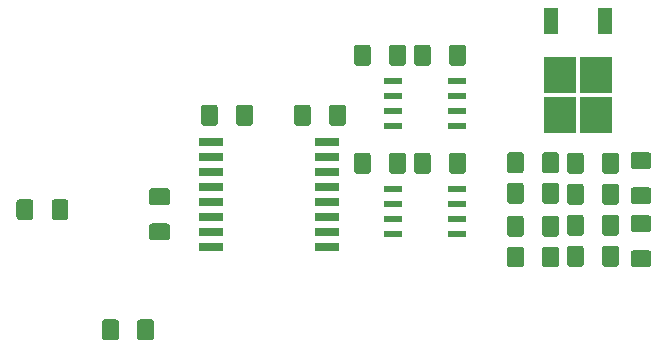
<source format=gtp>
%TF.GenerationSoftware,KiCad,Pcbnew,(5.0.0)*%
%TF.CreationDate,2019-11-04T22:18:49+01:00*%
%TF.ProjectId,PSAVanCanBridge_v14,50534156616E43616E4272696467655F,rev?*%
%TF.SameCoordinates,Original*%
%TF.FileFunction,Paste,Top*%
%TF.FilePolarity,Positive*%
%FSLAX46Y46*%
G04 Gerber Fmt 4.6, Leading zero omitted, Abs format (unit mm)*
G04 Created by KiCad (PCBNEW (5.0.0)) date 11/04/19 22:18:49*
%MOMM*%
%LPD*%
G01*
G04 APERTURE LIST*
%ADD10C,0.100000*%
%ADD11C,1.425000*%
%ADD12R,1.550000X0.600000*%
%ADD13R,2.750000X3.050000*%
%ADD14R,1.200000X2.200000*%
%ADD15R,2.032000X0.660400*%
G04 APERTURE END LIST*
D10*
G36*
X66816504Y-69937204D02*
X66840773Y-69940804D01*
X66864571Y-69946765D01*
X66887671Y-69955030D01*
X66909849Y-69965520D01*
X66930893Y-69978133D01*
X66950598Y-69992747D01*
X66968777Y-70009223D01*
X66985253Y-70027402D01*
X66999867Y-70047107D01*
X67012480Y-70068151D01*
X67022970Y-70090329D01*
X67031235Y-70113429D01*
X67037196Y-70137227D01*
X67040796Y-70161496D01*
X67042000Y-70186000D01*
X67042000Y-71111000D01*
X67040796Y-71135504D01*
X67037196Y-71159773D01*
X67031235Y-71183571D01*
X67022970Y-71206671D01*
X67012480Y-71228849D01*
X66999867Y-71249893D01*
X66985253Y-71269598D01*
X66968777Y-71287777D01*
X66950598Y-71304253D01*
X66930893Y-71318867D01*
X66909849Y-71331480D01*
X66887671Y-71341970D01*
X66864571Y-71350235D01*
X66840773Y-71356196D01*
X66816504Y-71359796D01*
X66792000Y-71361000D01*
X65542000Y-71361000D01*
X65517496Y-71359796D01*
X65493227Y-71356196D01*
X65469429Y-71350235D01*
X65446329Y-71341970D01*
X65424151Y-71331480D01*
X65403107Y-71318867D01*
X65383402Y-71304253D01*
X65365223Y-71287777D01*
X65348747Y-71269598D01*
X65334133Y-71249893D01*
X65321520Y-71228849D01*
X65311030Y-71206671D01*
X65302765Y-71183571D01*
X65296804Y-71159773D01*
X65293204Y-71135504D01*
X65292000Y-71111000D01*
X65292000Y-70186000D01*
X65293204Y-70161496D01*
X65296804Y-70137227D01*
X65302765Y-70113429D01*
X65311030Y-70090329D01*
X65321520Y-70068151D01*
X65334133Y-70047107D01*
X65348747Y-70027402D01*
X65365223Y-70009223D01*
X65383402Y-69992747D01*
X65403107Y-69978133D01*
X65424151Y-69965520D01*
X65446329Y-69955030D01*
X65469429Y-69946765D01*
X65493227Y-69940804D01*
X65517496Y-69937204D01*
X65542000Y-69936000D01*
X66792000Y-69936000D01*
X66816504Y-69937204D01*
X66816504Y-69937204D01*
G37*
D11*
X66167000Y-70648500D03*
D10*
G36*
X66816504Y-72912204D02*
X66840773Y-72915804D01*
X66864571Y-72921765D01*
X66887671Y-72930030D01*
X66909849Y-72940520D01*
X66930893Y-72953133D01*
X66950598Y-72967747D01*
X66968777Y-72984223D01*
X66985253Y-73002402D01*
X66999867Y-73022107D01*
X67012480Y-73043151D01*
X67022970Y-73065329D01*
X67031235Y-73088429D01*
X67037196Y-73112227D01*
X67040796Y-73136496D01*
X67042000Y-73161000D01*
X67042000Y-74086000D01*
X67040796Y-74110504D01*
X67037196Y-74134773D01*
X67031235Y-74158571D01*
X67022970Y-74181671D01*
X67012480Y-74203849D01*
X66999867Y-74224893D01*
X66985253Y-74244598D01*
X66968777Y-74262777D01*
X66950598Y-74279253D01*
X66930893Y-74293867D01*
X66909849Y-74306480D01*
X66887671Y-74316970D01*
X66864571Y-74325235D01*
X66840773Y-74331196D01*
X66816504Y-74334796D01*
X66792000Y-74336000D01*
X65542000Y-74336000D01*
X65517496Y-74334796D01*
X65493227Y-74331196D01*
X65469429Y-74325235D01*
X65446329Y-74316970D01*
X65424151Y-74306480D01*
X65403107Y-74293867D01*
X65383402Y-74279253D01*
X65365223Y-74262777D01*
X65348747Y-74244598D01*
X65334133Y-74224893D01*
X65321520Y-74203849D01*
X65311030Y-74181671D01*
X65302765Y-74158571D01*
X65296804Y-74134773D01*
X65293204Y-74110504D01*
X65292000Y-74086000D01*
X65292000Y-73161000D01*
X65293204Y-73136496D01*
X65296804Y-73112227D01*
X65302765Y-73088429D01*
X65311030Y-73065329D01*
X65321520Y-73043151D01*
X65334133Y-73022107D01*
X65348747Y-73002402D01*
X65365223Y-72984223D01*
X65383402Y-72967747D01*
X65403107Y-72953133D01*
X65424151Y-72940520D01*
X65446329Y-72930030D01*
X65469429Y-72921765D01*
X65493227Y-72915804D01*
X65517496Y-72912204D01*
X65542000Y-72911000D01*
X66792000Y-72911000D01*
X66816504Y-72912204D01*
X66816504Y-72912204D01*
G37*
D11*
X66167000Y-73623500D03*
D10*
G36*
X83835504Y-57800204D02*
X83859773Y-57803804D01*
X83883571Y-57809765D01*
X83906671Y-57818030D01*
X83928849Y-57828520D01*
X83949893Y-57841133D01*
X83969598Y-57855747D01*
X83987777Y-57872223D01*
X84004253Y-57890402D01*
X84018867Y-57910107D01*
X84031480Y-57931151D01*
X84041970Y-57953329D01*
X84050235Y-57976429D01*
X84056196Y-58000227D01*
X84059796Y-58024496D01*
X84061000Y-58049000D01*
X84061000Y-59299000D01*
X84059796Y-59323504D01*
X84056196Y-59347773D01*
X84050235Y-59371571D01*
X84041970Y-59394671D01*
X84031480Y-59416849D01*
X84018867Y-59437893D01*
X84004253Y-59457598D01*
X83987777Y-59475777D01*
X83969598Y-59492253D01*
X83949893Y-59506867D01*
X83928849Y-59519480D01*
X83906671Y-59529970D01*
X83883571Y-59538235D01*
X83859773Y-59544196D01*
X83835504Y-59547796D01*
X83811000Y-59549000D01*
X82886000Y-59549000D01*
X82861496Y-59547796D01*
X82837227Y-59544196D01*
X82813429Y-59538235D01*
X82790329Y-59529970D01*
X82768151Y-59519480D01*
X82747107Y-59506867D01*
X82727402Y-59492253D01*
X82709223Y-59475777D01*
X82692747Y-59457598D01*
X82678133Y-59437893D01*
X82665520Y-59416849D01*
X82655030Y-59394671D01*
X82646765Y-59371571D01*
X82640804Y-59347773D01*
X82637204Y-59323504D01*
X82636000Y-59299000D01*
X82636000Y-58049000D01*
X82637204Y-58024496D01*
X82640804Y-58000227D01*
X82646765Y-57976429D01*
X82655030Y-57953329D01*
X82665520Y-57931151D01*
X82678133Y-57910107D01*
X82692747Y-57890402D01*
X82709223Y-57872223D01*
X82727402Y-57855747D01*
X82747107Y-57841133D01*
X82768151Y-57828520D01*
X82790329Y-57818030D01*
X82813429Y-57809765D01*
X82837227Y-57803804D01*
X82861496Y-57800204D01*
X82886000Y-57799000D01*
X83811000Y-57799000D01*
X83835504Y-57800204D01*
X83835504Y-57800204D01*
G37*
D11*
X83348500Y-58674000D03*
D10*
G36*
X86810504Y-57800204D02*
X86834773Y-57803804D01*
X86858571Y-57809765D01*
X86881671Y-57818030D01*
X86903849Y-57828520D01*
X86924893Y-57841133D01*
X86944598Y-57855747D01*
X86962777Y-57872223D01*
X86979253Y-57890402D01*
X86993867Y-57910107D01*
X87006480Y-57931151D01*
X87016970Y-57953329D01*
X87025235Y-57976429D01*
X87031196Y-58000227D01*
X87034796Y-58024496D01*
X87036000Y-58049000D01*
X87036000Y-59299000D01*
X87034796Y-59323504D01*
X87031196Y-59347773D01*
X87025235Y-59371571D01*
X87016970Y-59394671D01*
X87006480Y-59416849D01*
X86993867Y-59437893D01*
X86979253Y-59457598D01*
X86962777Y-59475777D01*
X86944598Y-59492253D01*
X86924893Y-59506867D01*
X86903849Y-59519480D01*
X86881671Y-59529970D01*
X86858571Y-59538235D01*
X86834773Y-59544196D01*
X86810504Y-59547796D01*
X86786000Y-59549000D01*
X85861000Y-59549000D01*
X85836496Y-59547796D01*
X85812227Y-59544196D01*
X85788429Y-59538235D01*
X85765329Y-59529970D01*
X85743151Y-59519480D01*
X85722107Y-59506867D01*
X85702402Y-59492253D01*
X85684223Y-59475777D01*
X85667747Y-59457598D01*
X85653133Y-59437893D01*
X85640520Y-59416849D01*
X85630030Y-59394671D01*
X85621765Y-59371571D01*
X85615804Y-59347773D01*
X85612204Y-59323504D01*
X85611000Y-59299000D01*
X85611000Y-58049000D01*
X85612204Y-58024496D01*
X85615804Y-58000227D01*
X85621765Y-57976429D01*
X85630030Y-57953329D01*
X85640520Y-57931151D01*
X85653133Y-57910107D01*
X85667747Y-57890402D01*
X85684223Y-57872223D01*
X85702402Y-57855747D01*
X85722107Y-57841133D01*
X85743151Y-57828520D01*
X85765329Y-57818030D01*
X85788429Y-57809765D01*
X85812227Y-57803804D01*
X85836496Y-57800204D01*
X85861000Y-57799000D01*
X86786000Y-57799000D01*
X86810504Y-57800204D01*
X86810504Y-57800204D01*
G37*
D11*
X86323500Y-58674000D03*
D10*
G36*
X86810504Y-66944204D02*
X86834773Y-66947804D01*
X86858571Y-66953765D01*
X86881671Y-66962030D01*
X86903849Y-66972520D01*
X86924893Y-66985133D01*
X86944598Y-66999747D01*
X86962777Y-67016223D01*
X86979253Y-67034402D01*
X86993867Y-67054107D01*
X87006480Y-67075151D01*
X87016970Y-67097329D01*
X87025235Y-67120429D01*
X87031196Y-67144227D01*
X87034796Y-67168496D01*
X87036000Y-67193000D01*
X87036000Y-68443000D01*
X87034796Y-68467504D01*
X87031196Y-68491773D01*
X87025235Y-68515571D01*
X87016970Y-68538671D01*
X87006480Y-68560849D01*
X86993867Y-68581893D01*
X86979253Y-68601598D01*
X86962777Y-68619777D01*
X86944598Y-68636253D01*
X86924893Y-68650867D01*
X86903849Y-68663480D01*
X86881671Y-68673970D01*
X86858571Y-68682235D01*
X86834773Y-68688196D01*
X86810504Y-68691796D01*
X86786000Y-68693000D01*
X85861000Y-68693000D01*
X85836496Y-68691796D01*
X85812227Y-68688196D01*
X85788429Y-68682235D01*
X85765329Y-68673970D01*
X85743151Y-68663480D01*
X85722107Y-68650867D01*
X85702402Y-68636253D01*
X85684223Y-68619777D01*
X85667747Y-68601598D01*
X85653133Y-68581893D01*
X85640520Y-68560849D01*
X85630030Y-68538671D01*
X85621765Y-68515571D01*
X85615804Y-68491773D01*
X85612204Y-68467504D01*
X85611000Y-68443000D01*
X85611000Y-67193000D01*
X85612204Y-67168496D01*
X85615804Y-67144227D01*
X85621765Y-67120429D01*
X85630030Y-67097329D01*
X85640520Y-67075151D01*
X85653133Y-67054107D01*
X85667747Y-67034402D01*
X85684223Y-67016223D01*
X85702402Y-66999747D01*
X85722107Y-66985133D01*
X85743151Y-66972520D01*
X85765329Y-66962030D01*
X85788429Y-66953765D01*
X85812227Y-66947804D01*
X85836496Y-66944204D01*
X85861000Y-66943000D01*
X86786000Y-66943000D01*
X86810504Y-66944204D01*
X86810504Y-66944204D01*
G37*
D11*
X86323500Y-67818000D03*
D10*
G36*
X83835504Y-66944204D02*
X83859773Y-66947804D01*
X83883571Y-66953765D01*
X83906671Y-66962030D01*
X83928849Y-66972520D01*
X83949893Y-66985133D01*
X83969598Y-66999747D01*
X83987777Y-67016223D01*
X84004253Y-67034402D01*
X84018867Y-67054107D01*
X84031480Y-67075151D01*
X84041970Y-67097329D01*
X84050235Y-67120429D01*
X84056196Y-67144227D01*
X84059796Y-67168496D01*
X84061000Y-67193000D01*
X84061000Y-68443000D01*
X84059796Y-68467504D01*
X84056196Y-68491773D01*
X84050235Y-68515571D01*
X84041970Y-68538671D01*
X84031480Y-68560849D01*
X84018867Y-68581893D01*
X84004253Y-68601598D01*
X83987777Y-68619777D01*
X83969598Y-68636253D01*
X83949893Y-68650867D01*
X83928849Y-68663480D01*
X83906671Y-68673970D01*
X83883571Y-68682235D01*
X83859773Y-68688196D01*
X83835504Y-68691796D01*
X83811000Y-68693000D01*
X82886000Y-68693000D01*
X82861496Y-68691796D01*
X82837227Y-68688196D01*
X82813429Y-68682235D01*
X82790329Y-68673970D01*
X82768151Y-68663480D01*
X82747107Y-68650867D01*
X82727402Y-68636253D01*
X82709223Y-68619777D01*
X82692747Y-68601598D01*
X82678133Y-68581893D01*
X82665520Y-68560849D01*
X82655030Y-68538671D01*
X82646765Y-68515571D01*
X82640804Y-68491773D01*
X82637204Y-68467504D01*
X82636000Y-68443000D01*
X82636000Y-67193000D01*
X82637204Y-67168496D01*
X82640804Y-67144227D01*
X82646765Y-67120429D01*
X82655030Y-67097329D01*
X82665520Y-67075151D01*
X82678133Y-67054107D01*
X82692747Y-67034402D01*
X82709223Y-67016223D01*
X82727402Y-66999747D01*
X82747107Y-66985133D01*
X82768151Y-66972520D01*
X82790329Y-66962030D01*
X82813429Y-66953765D01*
X82837227Y-66947804D01*
X82861496Y-66944204D01*
X82886000Y-66943000D01*
X83811000Y-66943000D01*
X83835504Y-66944204D01*
X83835504Y-66944204D01*
G37*
D11*
X83348500Y-67818000D03*
D10*
G36*
X99764504Y-74878204D02*
X99788773Y-74881804D01*
X99812571Y-74887765D01*
X99835671Y-74896030D01*
X99857849Y-74906520D01*
X99878893Y-74919133D01*
X99898598Y-74933747D01*
X99916777Y-74950223D01*
X99933253Y-74968402D01*
X99947867Y-74988107D01*
X99960480Y-75009151D01*
X99970970Y-75031329D01*
X99979235Y-75054429D01*
X99985196Y-75078227D01*
X99988796Y-75102496D01*
X99990000Y-75127000D01*
X99990000Y-76377000D01*
X99988796Y-76401504D01*
X99985196Y-76425773D01*
X99979235Y-76449571D01*
X99970970Y-76472671D01*
X99960480Y-76494849D01*
X99947867Y-76515893D01*
X99933253Y-76535598D01*
X99916777Y-76553777D01*
X99898598Y-76570253D01*
X99878893Y-76584867D01*
X99857849Y-76597480D01*
X99835671Y-76607970D01*
X99812571Y-76616235D01*
X99788773Y-76622196D01*
X99764504Y-76625796D01*
X99740000Y-76627000D01*
X98815000Y-76627000D01*
X98790496Y-76625796D01*
X98766227Y-76622196D01*
X98742429Y-76616235D01*
X98719329Y-76607970D01*
X98697151Y-76597480D01*
X98676107Y-76584867D01*
X98656402Y-76570253D01*
X98638223Y-76553777D01*
X98621747Y-76535598D01*
X98607133Y-76515893D01*
X98594520Y-76494849D01*
X98584030Y-76472671D01*
X98575765Y-76449571D01*
X98569804Y-76425773D01*
X98566204Y-76401504D01*
X98565000Y-76377000D01*
X98565000Y-75127000D01*
X98566204Y-75102496D01*
X98569804Y-75078227D01*
X98575765Y-75054429D01*
X98584030Y-75031329D01*
X98594520Y-75009151D01*
X98607133Y-74988107D01*
X98621747Y-74968402D01*
X98638223Y-74950223D01*
X98656402Y-74933747D01*
X98676107Y-74919133D01*
X98697151Y-74906520D01*
X98719329Y-74896030D01*
X98742429Y-74887765D01*
X98766227Y-74881804D01*
X98790496Y-74878204D01*
X98815000Y-74877000D01*
X99740000Y-74877000D01*
X99764504Y-74878204D01*
X99764504Y-74878204D01*
G37*
D11*
X99277500Y-75752000D03*
D10*
G36*
X96789504Y-74878204D02*
X96813773Y-74881804D01*
X96837571Y-74887765D01*
X96860671Y-74896030D01*
X96882849Y-74906520D01*
X96903893Y-74919133D01*
X96923598Y-74933747D01*
X96941777Y-74950223D01*
X96958253Y-74968402D01*
X96972867Y-74988107D01*
X96985480Y-75009151D01*
X96995970Y-75031329D01*
X97004235Y-75054429D01*
X97010196Y-75078227D01*
X97013796Y-75102496D01*
X97015000Y-75127000D01*
X97015000Y-76377000D01*
X97013796Y-76401504D01*
X97010196Y-76425773D01*
X97004235Y-76449571D01*
X96995970Y-76472671D01*
X96985480Y-76494849D01*
X96972867Y-76515893D01*
X96958253Y-76535598D01*
X96941777Y-76553777D01*
X96923598Y-76570253D01*
X96903893Y-76584867D01*
X96882849Y-76597480D01*
X96860671Y-76607970D01*
X96837571Y-76616235D01*
X96813773Y-76622196D01*
X96789504Y-76625796D01*
X96765000Y-76627000D01*
X95840000Y-76627000D01*
X95815496Y-76625796D01*
X95791227Y-76622196D01*
X95767429Y-76616235D01*
X95744329Y-76607970D01*
X95722151Y-76597480D01*
X95701107Y-76584867D01*
X95681402Y-76570253D01*
X95663223Y-76553777D01*
X95646747Y-76535598D01*
X95632133Y-76515893D01*
X95619520Y-76494849D01*
X95609030Y-76472671D01*
X95600765Y-76449571D01*
X95594804Y-76425773D01*
X95591204Y-76401504D01*
X95590000Y-76377000D01*
X95590000Y-75127000D01*
X95591204Y-75102496D01*
X95594804Y-75078227D01*
X95600765Y-75054429D01*
X95609030Y-75031329D01*
X95619520Y-75009151D01*
X95632133Y-74988107D01*
X95646747Y-74968402D01*
X95663223Y-74950223D01*
X95681402Y-74933747D01*
X95701107Y-74919133D01*
X95722151Y-74906520D01*
X95744329Y-74896030D01*
X95767429Y-74887765D01*
X95791227Y-74881804D01*
X95815496Y-74878204D01*
X95840000Y-74877000D01*
X96765000Y-74877000D01*
X96789504Y-74878204D01*
X96789504Y-74878204D01*
G37*
D11*
X96302500Y-75752000D03*
D10*
G36*
X99764504Y-72278204D02*
X99788773Y-72281804D01*
X99812571Y-72287765D01*
X99835671Y-72296030D01*
X99857849Y-72306520D01*
X99878893Y-72319133D01*
X99898598Y-72333747D01*
X99916777Y-72350223D01*
X99933253Y-72368402D01*
X99947867Y-72388107D01*
X99960480Y-72409151D01*
X99970970Y-72431329D01*
X99979235Y-72454429D01*
X99985196Y-72478227D01*
X99988796Y-72502496D01*
X99990000Y-72527000D01*
X99990000Y-73777000D01*
X99988796Y-73801504D01*
X99985196Y-73825773D01*
X99979235Y-73849571D01*
X99970970Y-73872671D01*
X99960480Y-73894849D01*
X99947867Y-73915893D01*
X99933253Y-73935598D01*
X99916777Y-73953777D01*
X99898598Y-73970253D01*
X99878893Y-73984867D01*
X99857849Y-73997480D01*
X99835671Y-74007970D01*
X99812571Y-74016235D01*
X99788773Y-74022196D01*
X99764504Y-74025796D01*
X99740000Y-74027000D01*
X98815000Y-74027000D01*
X98790496Y-74025796D01*
X98766227Y-74022196D01*
X98742429Y-74016235D01*
X98719329Y-74007970D01*
X98697151Y-73997480D01*
X98676107Y-73984867D01*
X98656402Y-73970253D01*
X98638223Y-73953777D01*
X98621747Y-73935598D01*
X98607133Y-73915893D01*
X98594520Y-73894849D01*
X98584030Y-73872671D01*
X98575765Y-73849571D01*
X98569804Y-73825773D01*
X98566204Y-73801504D01*
X98565000Y-73777000D01*
X98565000Y-72527000D01*
X98566204Y-72502496D01*
X98569804Y-72478227D01*
X98575765Y-72454429D01*
X98584030Y-72431329D01*
X98594520Y-72409151D01*
X98607133Y-72388107D01*
X98621747Y-72368402D01*
X98638223Y-72350223D01*
X98656402Y-72333747D01*
X98676107Y-72319133D01*
X98697151Y-72306520D01*
X98719329Y-72296030D01*
X98742429Y-72287765D01*
X98766227Y-72281804D01*
X98790496Y-72278204D01*
X98815000Y-72277000D01*
X99740000Y-72277000D01*
X99764504Y-72278204D01*
X99764504Y-72278204D01*
G37*
D11*
X99277500Y-73152000D03*
D10*
G36*
X96789504Y-72278204D02*
X96813773Y-72281804D01*
X96837571Y-72287765D01*
X96860671Y-72296030D01*
X96882849Y-72306520D01*
X96903893Y-72319133D01*
X96923598Y-72333747D01*
X96941777Y-72350223D01*
X96958253Y-72368402D01*
X96972867Y-72388107D01*
X96985480Y-72409151D01*
X96995970Y-72431329D01*
X97004235Y-72454429D01*
X97010196Y-72478227D01*
X97013796Y-72502496D01*
X97015000Y-72527000D01*
X97015000Y-73777000D01*
X97013796Y-73801504D01*
X97010196Y-73825773D01*
X97004235Y-73849571D01*
X96995970Y-73872671D01*
X96985480Y-73894849D01*
X96972867Y-73915893D01*
X96958253Y-73935598D01*
X96941777Y-73953777D01*
X96923598Y-73970253D01*
X96903893Y-73984867D01*
X96882849Y-73997480D01*
X96860671Y-74007970D01*
X96837571Y-74016235D01*
X96813773Y-74022196D01*
X96789504Y-74025796D01*
X96765000Y-74027000D01*
X95840000Y-74027000D01*
X95815496Y-74025796D01*
X95791227Y-74022196D01*
X95767429Y-74016235D01*
X95744329Y-74007970D01*
X95722151Y-73997480D01*
X95701107Y-73984867D01*
X95681402Y-73970253D01*
X95663223Y-73953777D01*
X95646747Y-73935598D01*
X95632133Y-73915893D01*
X95619520Y-73894849D01*
X95609030Y-73872671D01*
X95600765Y-73849571D01*
X95594804Y-73825773D01*
X95591204Y-73801504D01*
X95590000Y-73777000D01*
X95590000Y-72527000D01*
X95591204Y-72502496D01*
X95594804Y-72478227D01*
X95600765Y-72454429D01*
X95609030Y-72431329D01*
X95619520Y-72409151D01*
X95632133Y-72388107D01*
X95646747Y-72368402D01*
X95663223Y-72350223D01*
X95681402Y-72333747D01*
X95701107Y-72319133D01*
X95722151Y-72306520D01*
X95744329Y-72296030D01*
X95767429Y-72287765D01*
X95791227Y-72281804D01*
X95815496Y-72278204D01*
X95840000Y-72277000D01*
X96765000Y-72277000D01*
X96789504Y-72278204D01*
X96789504Y-72278204D01*
G37*
D11*
X96302500Y-73152000D03*
D10*
G36*
X96789504Y-69484204D02*
X96813773Y-69487804D01*
X96837571Y-69493765D01*
X96860671Y-69502030D01*
X96882849Y-69512520D01*
X96903893Y-69525133D01*
X96923598Y-69539747D01*
X96941777Y-69556223D01*
X96958253Y-69574402D01*
X96972867Y-69594107D01*
X96985480Y-69615151D01*
X96995970Y-69637329D01*
X97004235Y-69660429D01*
X97010196Y-69684227D01*
X97013796Y-69708496D01*
X97015000Y-69733000D01*
X97015000Y-70983000D01*
X97013796Y-71007504D01*
X97010196Y-71031773D01*
X97004235Y-71055571D01*
X96995970Y-71078671D01*
X96985480Y-71100849D01*
X96972867Y-71121893D01*
X96958253Y-71141598D01*
X96941777Y-71159777D01*
X96923598Y-71176253D01*
X96903893Y-71190867D01*
X96882849Y-71203480D01*
X96860671Y-71213970D01*
X96837571Y-71222235D01*
X96813773Y-71228196D01*
X96789504Y-71231796D01*
X96765000Y-71233000D01*
X95840000Y-71233000D01*
X95815496Y-71231796D01*
X95791227Y-71228196D01*
X95767429Y-71222235D01*
X95744329Y-71213970D01*
X95722151Y-71203480D01*
X95701107Y-71190867D01*
X95681402Y-71176253D01*
X95663223Y-71159777D01*
X95646747Y-71141598D01*
X95632133Y-71121893D01*
X95619520Y-71100849D01*
X95609030Y-71078671D01*
X95600765Y-71055571D01*
X95594804Y-71031773D01*
X95591204Y-71007504D01*
X95590000Y-70983000D01*
X95590000Y-69733000D01*
X95591204Y-69708496D01*
X95594804Y-69684227D01*
X95600765Y-69660429D01*
X95609030Y-69637329D01*
X95619520Y-69615151D01*
X95632133Y-69594107D01*
X95646747Y-69574402D01*
X95663223Y-69556223D01*
X95681402Y-69539747D01*
X95701107Y-69525133D01*
X95722151Y-69512520D01*
X95744329Y-69502030D01*
X95767429Y-69493765D01*
X95791227Y-69487804D01*
X95815496Y-69484204D01*
X95840000Y-69483000D01*
X96765000Y-69483000D01*
X96789504Y-69484204D01*
X96789504Y-69484204D01*
G37*
D11*
X96302500Y-70358000D03*
D10*
G36*
X99764504Y-69484204D02*
X99788773Y-69487804D01*
X99812571Y-69493765D01*
X99835671Y-69502030D01*
X99857849Y-69512520D01*
X99878893Y-69525133D01*
X99898598Y-69539747D01*
X99916777Y-69556223D01*
X99933253Y-69574402D01*
X99947867Y-69594107D01*
X99960480Y-69615151D01*
X99970970Y-69637329D01*
X99979235Y-69660429D01*
X99985196Y-69684227D01*
X99988796Y-69708496D01*
X99990000Y-69733000D01*
X99990000Y-70983000D01*
X99988796Y-71007504D01*
X99985196Y-71031773D01*
X99979235Y-71055571D01*
X99970970Y-71078671D01*
X99960480Y-71100849D01*
X99947867Y-71121893D01*
X99933253Y-71141598D01*
X99916777Y-71159777D01*
X99898598Y-71176253D01*
X99878893Y-71190867D01*
X99857849Y-71203480D01*
X99835671Y-71213970D01*
X99812571Y-71222235D01*
X99788773Y-71228196D01*
X99764504Y-71231796D01*
X99740000Y-71233000D01*
X98815000Y-71233000D01*
X98790496Y-71231796D01*
X98766227Y-71228196D01*
X98742429Y-71222235D01*
X98719329Y-71213970D01*
X98697151Y-71203480D01*
X98676107Y-71190867D01*
X98656402Y-71176253D01*
X98638223Y-71159777D01*
X98621747Y-71141598D01*
X98607133Y-71121893D01*
X98594520Y-71100849D01*
X98584030Y-71078671D01*
X98575765Y-71055571D01*
X98569804Y-71031773D01*
X98566204Y-71007504D01*
X98565000Y-70983000D01*
X98565000Y-69733000D01*
X98566204Y-69708496D01*
X98569804Y-69684227D01*
X98575765Y-69660429D01*
X98584030Y-69637329D01*
X98594520Y-69615151D01*
X98607133Y-69594107D01*
X98621747Y-69574402D01*
X98638223Y-69556223D01*
X98656402Y-69539747D01*
X98676107Y-69525133D01*
X98697151Y-69512520D01*
X98719329Y-69502030D01*
X98742429Y-69493765D01*
X98766227Y-69487804D01*
X98790496Y-69484204D01*
X98815000Y-69483000D01*
X99740000Y-69483000D01*
X99764504Y-69484204D01*
X99764504Y-69484204D01*
G37*
D11*
X99277500Y-70358000D03*
D10*
G36*
X99764504Y-66884204D02*
X99788773Y-66887804D01*
X99812571Y-66893765D01*
X99835671Y-66902030D01*
X99857849Y-66912520D01*
X99878893Y-66925133D01*
X99898598Y-66939747D01*
X99916777Y-66956223D01*
X99933253Y-66974402D01*
X99947867Y-66994107D01*
X99960480Y-67015151D01*
X99970970Y-67037329D01*
X99979235Y-67060429D01*
X99985196Y-67084227D01*
X99988796Y-67108496D01*
X99990000Y-67133000D01*
X99990000Y-68383000D01*
X99988796Y-68407504D01*
X99985196Y-68431773D01*
X99979235Y-68455571D01*
X99970970Y-68478671D01*
X99960480Y-68500849D01*
X99947867Y-68521893D01*
X99933253Y-68541598D01*
X99916777Y-68559777D01*
X99898598Y-68576253D01*
X99878893Y-68590867D01*
X99857849Y-68603480D01*
X99835671Y-68613970D01*
X99812571Y-68622235D01*
X99788773Y-68628196D01*
X99764504Y-68631796D01*
X99740000Y-68633000D01*
X98815000Y-68633000D01*
X98790496Y-68631796D01*
X98766227Y-68628196D01*
X98742429Y-68622235D01*
X98719329Y-68613970D01*
X98697151Y-68603480D01*
X98676107Y-68590867D01*
X98656402Y-68576253D01*
X98638223Y-68559777D01*
X98621747Y-68541598D01*
X98607133Y-68521893D01*
X98594520Y-68500849D01*
X98584030Y-68478671D01*
X98575765Y-68455571D01*
X98569804Y-68431773D01*
X98566204Y-68407504D01*
X98565000Y-68383000D01*
X98565000Y-67133000D01*
X98566204Y-67108496D01*
X98569804Y-67084227D01*
X98575765Y-67060429D01*
X98584030Y-67037329D01*
X98594520Y-67015151D01*
X98607133Y-66994107D01*
X98621747Y-66974402D01*
X98638223Y-66956223D01*
X98656402Y-66939747D01*
X98676107Y-66925133D01*
X98697151Y-66912520D01*
X98719329Y-66902030D01*
X98742429Y-66893765D01*
X98766227Y-66887804D01*
X98790496Y-66884204D01*
X98815000Y-66883000D01*
X99740000Y-66883000D01*
X99764504Y-66884204D01*
X99764504Y-66884204D01*
G37*
D11*
X99277500Y-67758000D03*
D10*
G36*
X96789504Y-66884204D02*
X96813773Y-66887804D01*
X96837571Y-66893765D01*
X96860671Y-66902030D01*
X96882849Y-66912520D01*
X96903893Y-66925133D01*
X96923598Y-66939747D01*
X96941777Y-66956223D01*
X96958253Y-66974402D01*
X96972867Y-66994107D01*
X96985480Y-67015151D01*
X96995970Y-67037329D01*
X97004235Y-67060429D01*
X97010196Y-67084227D01*
X97013796Y-67108496D01*
X97015000Y-67133000D01*
X97015000Y-68383000D01*
X97013796Y-68407504D01*
X97010196Y-68431773D01*
X97004235Y-68455571D01*
X96995970Y-68478671D01*
X96985480Y-68500849D01*
X96972867Y-68521893D01*
X96958253Y-68541598D01*
X96941777Y-68559777D01*
X96923598Y-68576253D01*
X96903893Y-68590867D01*
X96882849Y-68603480D01*
X96860671Y-68613970D01*
X96837571Y-68622235D01*
X96813773Y-68628196D01*
X96789504Y-68631796D01*
X96765000Y-68633000D01*
X95840000Y-68633000D01*
X95815496Y-68631796D01*
X95791227Y-68628196D01*
X95767429Y-68622235D01*
X95744329Y-68613970D01*
X95722151Y-68603480D01*
X95701107Y-68590867D01*
X95681402Y-68576253D01*
X95663223Y-68559777D01*
X95646747Y-68541598D01*
X95632133Y-68521893D01*
X95619520Y-68500849D01*
X95609030Y-68478671D01*
X95600765Y-68455571D01*
X95594804Y-68431773D01*
X95591204Y-68407504D01*
X95590000Y-68383000D01*
X95590000Y-67133000D01*
X95591204Y-67108496D01*
X95594804Y-67084227D01*
X95600765Y-67060429D01*
X95609030Y-67037329D01*
X95619520Y-67015151D01*
X95632133Y-66994107D01*
X95646747Y-66974402D01*
X95663223Y-66956223D01*
X95681402Y-66939747D01*
X95701107Y-66925133D01*
X95722151Y-66912520D01*
X95744329Y-66902030D01*
X95767429Y-66893765D01*
X95791227Y-66887804D01*
X95815496Y-66884204D01*
X95840000Y-66883000D01*
X96765000Y-66883000D01*
X96789504Y-66884204D01*
X96789504Y-66884204D01*
G37*
D11*
X96302500Y-67758000D03*
D10*
G36*
X101869504Y-66944204D02*
X101893773Y-66947804D01*
X101917571Y-66953765D01*
X101940671Y-66962030D01*
X101962849Y-66972520D01*
X101983893Y-66985133D01*
X102003598Y-66999747D01*
X102021777Y-67016223D01*
X102038253Y-67034402D01*
X102052867Y-67054107D01*
X102065480Y-67075151D01*
X102075970Y-67097329D01*
X102084235Y-67120429D01*
X102090196Y-67144227D01*
X102093796Y-67168496D01*
X102095000Y-67193000D01*
X102095000Y-68443000D01*
X102093796Y-68467504D01*
X102090196Y-68491773D01*
X102084235Y-68515571D01*
X102075970Y-68538671D01*
X102065480Y-68560849D01*
X102052867Y-68581893D01*
X102038253Y-68601598D01*
X102021777Y-68619777D01*
X102003598Y-68636253D01*
X101983893Y-68650867D01*
X101962849Y-68663480D01*
X101940671Y-68673970D01*
X101917571Y-68682235D01*
X101893773Y-68688196D01*
X101869504Y-68691796D01*
X101845000Y-68693000D01*
X100920000Y-68693000D01*
X100895496Y-68691796D01*
X100871227Y-68688196D01*
X100847429Y-68682235D01*
X100824329Y-68673970D01*
X100802151Y-68663480D01*
X100781107Y-68650867D01*
X100761402Y-68636253D01*
X100743223Y-68619777D01*
X100726747Y-68601598D01*
X100712133Y-68581893D01*
X100699520Y-68560849D01*
X100689030Y-68538671D01*
X100680765Y-68515571D01*
X100674804Y-68491773D01*
X100671204Y-68467504D01*
X100670000Y-68443000D01*
X100670000Y-67193000D01*
X100671204Y-67168496D01*
X100674804Y-67144227D01*
X100680765Y-67120429D01*
X100689030Y-67097329D01*
X100699520Y-67075151D01*
X100712133Y-67054107D01*
X100726747Y-67034402D01*
X100743223Y-67016223D01*
X100761402Y-66999747D01*
X100781107Y-66985133D01*
X100802151Y-66972520D01*
X100824329Y-66962030D01*
X100847429Y-66953765D01*
X100871227Y-66947804D01*
X100895496Y-66944204D01*
X100920000Y-66943000D01*
X101845000Y-66943000D01*
X101869504Y-66944204D01*
X101869504Y-66944204D01*
G37*
D11*
X101382500Y-67818000D03*
D10*
G36*
X104844504Y-66944204D02*
X104868773Y-66947804D01*
X104892571Y-66953765D01*
X104915671Y-66962030D01*
X104937849Y-66972520D01*
X104958893Y-66985133D01*
X104978598Y-66999747D01*
X104996777Y-67016223D01*
X105013253Y-67034402D01*
X105027867Y-67054107D01*
X105040480Y-67075151D01*
X105050970Y-67097329D01*
X105059235Y-67120429D01*
X105065196Y-67144227D01*
X105068796Y-67168496D01*
X105070000Y-67193000D01*
X105070000Y-68443000D01*
X105068796Y-68467504D01*
X105065196Y-68491773D01*
X105059235Y-68515571D01*
X105050970Y-68538671D01*
X105040480Y-68560849D01*
X105027867Y-68581893D01*
X105013253Y-68601598D01*
X104996777Y-68619777D01*
X104978598Y-68636253D01*
X104958893Y-68650867D01*
X104937849Y-68663480D01*
X104915671Y-68673970D01*
X104892571Y-68682235D01*
X104868773Y-68688196D01*
X104844504Y-68691796D01*
X104820000Y-68693000D01*
X103895000Y-68693000D01*
X103870496Y-68691796D01*
X103846227Y-68688196D01*
X103822429Y-68682235D01*
X103799329Y-68673970D01*
X103777151Y-68663480D01*
X103756107Y-68650867D01*
X103736402Y-68636253D01*
X103718223Y-68619777D01*
X103701747Y-68601598D01*
X103687133Y-68581893D01*
X103674520Y-68560849D01*
X103664030Y-68538671D01*
X103655765Y-68515571D01*
X103649804Y-68491773D01*
X103646204Y-68467504D01*
X103645000Y-68443000D01*
X103645000Y-67193000D01*
X103646204Y-67168496D01*
X103649804Y-67144227D01*
X103655765Y-67120429D01*
X103664030Y-67097329D01*
X103674520Y-67075151D01*
X103687133Y-67054107D01*
X103701747Y-67034402D01*
X103718223Y-67016223D01*
X103736402Y-66999747D01*
X103756107Y-66985133D01*
X103777151Y-66972520D01*
X103799329Y-66962030D01*
X103822429Y-66953765D01*
X103846227Y-66947804D01*
X103870496Y-66944204D01*
X103895000Y-66943000D01*
X104820000Y-66943000D01*
X104844504Y-66944204D01*
X104844504Y-66944204D01*
G37*
D11*
X104357500Y-67818000D03*
D10*
G36*
X104844504Y-69568870D02*
X104868773Y-69572470D01*
X104892571Y-69578431D01*
X104915671Y-69586696D01*
X104937849Y-69597186D01*
X104958893Y-69609799D01*
X104978598Y-69624413D01*
X104996777Y-69640889D01*
X105013253Y-69659068D01*
X105027867Y-69678773D01*
X105040480Y-69699817D01*
X105050970Y-69721995D01*
X105059235Y-69745095D01*
X105065196Y-69768893D01*
X105068796Y-69793162D01*
X105070000Y-69817666D01*
X105070000Y-71067666D01*
X105068796Y-71092170D01*
X105065196Y-71116439D01*
X105059235Y-71140237D01*
X105050970Y-71163337D01*
X105040480Y-71185515D01*
X105027867Y-71206559D01*
X105013253Y-71226264D01*
X104996777Y-71244443D01*
X104978598Y-71260919D01*
X104958893Y-71275533D01*
X104937849Y-71288146D01*
X104915671Y-71298636D01*
X104892571Y-71306901D01*
X104868773Y-71312862D01*
X104844504Y-71316462D01*
X104820000Y-71317666D01*
X103895000Y-71317666D01*
X103870496Y-71316462D01*
X103846227Y-71312862D01*
X103822429Y-71306901D01*
X103799329Y-71298636D01*
X103777151Y-71288146D01*
X103756107Y-71275533D01*
X103736402Y-71260919D01*
X103718223Y-71244443D01*
X103701747Y-71226264D01*
X103687133Y-71206559D01*
X103674520Y-71185515D01*
X103664030Y-71163337D01*
X103655765Y-71140237D01*
X103649804Y-71116439D01*
X103646204Y-71092170D01*
X103645000Y-71067666D01*
X103645000Y-69817666D01*
X103646204Y-69793162D01*
X103649804Y-69768893D01*
X103655765Y-69745095D01*
X103664030Y-69721995D01*
X103674520Y-69699817D01*
X103687133Y-69678773D01*
X103701747Y-69659068D01*
X103718223Y-69640889D01*
X103736402Y-69624413D01*
X103756107Y-69609799D01*
X103777151Y-69597186D01*
X103799329Y-69586696D01*
X103822429Y-69578431D01*
X103846227Y-69572470D01*
X103870496Y-69568870D01*
X103895000Y-69567666D01*
X104820000Y-69567666D01*
X104844504Y-69568870D01*
X104844504Y-69568870D01*
G37*
D11*
X104357500Y-70442666D03*
D10*
G36*
X101869504Y-69568870D02*
X101893773Y-69572470D01*
X101917571Y-69578431D01*
X101940671Y-69586696D01*
X101962849Y-69597186D01*
X101983893Y-69609799D01*
X102003598Y-69624413D01*
X102021777Y-69640889D01*
X102038253Y-69659068D01*
X102052867Y-69678773D01*
X102065480Y-69699817D01*
X102075970Y-69721995D01*
X102084235Y-69745095D01*
X102090196Y-69768893D01*
X102093796Y-69793162D01*
X102095000Y-69817666D01*
X102095000Y-71067666D01*
X102093796Y-71092170D01*
X102090196Y-71116439D01*
X102084235Y-71140237D01*
X102075970Y-71163337D01*
X102065480Y-71185515D01*
X102052867Y-71206559D01*
X102038253Y-71226264D01*
X102021777Y-71244443D01*
X102003598Y-71260919D01*
X101983893Y-71275533D01*
X101962849Y-71288146D01*
X101940671Y-71298636D01*
X101917571Y-71306901D01*
X101893773Y-71312862D01*
X101869504Y-71316462D01*
X101845000Y-71317666D01*
X100920000Y-71317666D01*
X100895496Y-71316462D01*
X100871227Y-71312862D01*
X100847429Y-71306901D01*
X100824329Y-71298636D01*
X100802151Y-71288146D01*
X100781107Y-71275533D01*
X100761402Y-71260919D01*
X100743223Y-71244443D01*
X100726747Y-71226264D01*
X100712133Y-71206559D01*
X100699520Y-71185515D01*
X100689030Y-71163337D01*
X100680765Y-71140237D01*
X100674804Y-71116439D01*
X100671204Y-71092170D01*
X100670000Y-71067666D01*
X100670000Y-69817666D01*
X100671204Y-69793162D01*
X100674804Y-69768893D01*
X100680765Y-69745095D01*
X100689030Y-69721995D01*
X100699520Y-69699817D01*
X100712133Y-69678773D01*
X100726747Y-69659068D01*
X100743223Y-69640889D01*
X100761402Y-69624413D01*
X100781107Y-69609799D01*
X100802151Y-69597186D01*
X100824329Y-69586696D01*
X100847429Y-69578431D01*
X100871227Y-69572470D01*
X100895496Y-69568870D01*
X100920000Y-69567666D01*
X101845000Y-69567666D01*
X101869504Y-69568870D01*
X101869504Y-69568870D01*
G37*
D11*
X101382500Y-70442666D03*
D10*
G36*
X101869504Y-72193536D02*
X101893773Y-72197136D01*
X101917571Y-72203097D01*
X101940671Y-72211362D01*
X101962849Y-72221852D01*
X101983893Y-72234465D01*
X102003598Y-72249079D01*
X102021777Y-72265555D01*
X102038253Y-72283734D01*
X102052867Y-72303439D01*
X102065480Y-72324483D01*
X102075970Y-72346661D01*
X102084235Y-72369761D01*
X102090196Y-72393559D01*
X102093796Y-72417828D01*
X102095000Y-72442332D01*
X102095000Y-73692332D01*
X102093796Y-73716836D01*
X102090196Y-73741105D01*
X102084235Y-73764903D01*
X102075970Y-73788003D01*
X102065480Y-73810181D01*
X102052867Y-73831225D01*
X102038253Y-73850930D01*
X102021777Y-73869109D01*
X102003598Y-73885585D01*
X101983893Y-73900199D01*
X101962849Y-73912812D01*
X101940671Y-73923302D01*
X101917571Y-73931567D01*
X101893773Y-73937528D01*
X101869504Y-73941128D01*
X101845000Y-73942332D01*
X100920000Y-73942332D01*
X100895496Y-73941128D01*
X100871227Y-73937528D01*
X100847429Y-73931567D01*
X100824329Y-73923302D01*
X100802151Y-73912812D01*
X100781107Y-73900199D01*
X100761402Y-73885585D01*
X100743223Y-73869109D01*
X100726747Y-73850930D01*
X100712133Y-73831225D01*
X100699520Y-73810181D01*
X100689030Y-73788003D01*
X100680765Y-73764903D01*
X100674804Y-73741105D01*
X100671204Y-73716836D01*
X100670000Y-73692332D01*
X100670000Y-72442332D01*
X100671204Y-72417828D01*
X100674804Y-72393559D01*
X100680765Y-72369761D01*
X100689030Y-72346661D01*
X100699520Y-72324483D01*
X100712133Y-72303439D01*
X100726747Y-72283734D01*
X100743223Y-72265555D01*
X100761402Y-72249079D01*
X100781107Y-72234465D01*
X100802151Y-72221852D01*
X100824329Y-72211362D01*
X100847429Y-72203097D01*
X100871227Y-72197136D01*
X100895496Y-72193536D01*
X100920000Y-72192332D01*
X101845000Y-72192332D01*
X101869504Y-72193536D01*
X101869504Y-72193536D01*
G37*
D11*
X101382500Y-73067332D03*
D10*
G36*
X104844504Y-72193536D02*
X104868773Y-72197136D01*
X104892571Y-72203097D01*
X104915671Y-72211362D01*
X104937849Y-72221852D01*
X104958893Y-72234465D01*
X104978598Y-72249079D01*
X104996777Y-72265555D01*
X105013253Y-72283734D01*
X105027867Y-72303439D01*
X105040480Y-72324483D01*
X105050970Y-72346661D01*
X105059235Y-72369761D01*
X105065196Y-72393559D01*
X105068796Y-72417828D01*
X105070000Y-72442332D01*
X105070000Y-73692332D01*
X105068796Y-73716836D01*
X105065196Y-73741105D01*
X105059235Y-73764903D01*
X105050970Y-73788003D01*
X105040480Y-73810181D01*
X105027867Y-73831225D01*
X105013253Y-73850930D01*
X104996777Y-73869109D01*
X104978598Y-73885585D01*
X104958893Y-73900199D01*
X104937849Y-73912812D01*
X104915671Y-73923302D01*
X104892571Y-73931567D01*
X104868773Y-73937528D01*
X104844504Y-73941128D01*
X104820000Y-73942332D01*
X103895000Y-73942332D01*
X103870496Y-73941128D01*
X103846227Y-73937528D01*
X103822429Y-73931567D01*
X103799329Y-73923302D01*
X103777151Y-73912812D01*
X103756107Y-73900199D01*
X103736402Y-73885585D01*
X103718223Y-73869109D01*
X103701747Y-73850930D01*
X103687133Y-73831225D01*
X103674520Y-73810181D01*
X103664030Y-73788003D01*
X103655765Y-73764903D01*
X103649804Y-73741105D01*
X103646204Y-73716836D01*
X103645000Y-73692332D01*
X103645000Y-72442332D01*
X103646204Y-72417828D01*
X103649804Y-72393559D01*
X103655765Y-72369761D01*
X103664030Y-72346661D01*
X103674520Y-72324483D01*
X103687133Y-72303439D01*
X103701747Y-72283734D01*
X103718223Y-72265555D01*
X103736402Y-72249079D01*
X103756107Y-72234465D01*
X103777151Y-72221852D01*
X103799329Y-72211362D01*
X103822429Y-72203097D01*
X103846227Y-72197136D01*
X103870496Y-72193536D01*
X103895000Y-72192332D01*
X104820000Y-72192332D01*
X104844504Y-72193536D01*
X104844504Y-72193536D01*
G37*
D11*
X104357500Y-73067332D03*
D10*
G36*
X101869504Y-74818204D02*
X101893773Y-74821804D01*
X101917571Y-74827765D01*
X101940671Y-74836030D01*
X101962849Y-74846520D01*
X101983893Y-74859133D01*
X102003598Y-74873747D01*
X102021777Y-74890223D01*
X102038253Y-74908402D01*
X102052867Y-74928107D01*
X102065480Y-74949151D01*
X102075970Y-74971329D01*
X102084235Y-74994429D01*
X102090196Y-75018227D01*
X102093796Y-75042496D01*
X102095000Y-75067000D01*
X102095000Y-76317000D01*
X102093796Y-76341504D01*
X102090196Y-76365773D01*
X102084235Y-76389571D01*
X102075970Y-76412671D01*
X102065480Y-76434849D01*
X102052867Y-76455893D01*
X102038253Y-76475598D01*
X102021777Y-76493777D01*
X102003598Y-76510253D01*
X101983893Y-76524867D01*
X101962849Y-76537480D01*
X101940671Y-76547970D01*
X101917571Y-76556235D01*
X101893773Y-76562196D01*
X101869504Y-76565796D01*
X101845000Y-76567000D01*
X100920000Y-76567000D01*
X100895496Y-76565796D01*
X100871227Y-76562196D01*
X100847429Y-76556235D01*
X100824329Y-76547970D01*
X100802151Y-76537480D01*
X100781107Y-76524867D01*
X100761402Y-76510253D01*
X100743223Y-76493777D01*
X100726747Y-76475598D01*
X100712133Y-76455893D01*
X100699520Y-76434849D01*
X100689030Y-76412671D01*
X100680765Y-76389571D01*
X100674804Y-76365773D01*
X100671204Y-76341504D01*
X100670000Y-76317000D01*
X100670000Y-75067000D01*
X100671204Y-75042496D01*
X100674804Y-75018227D01*
X100680765Y-74994429D01*
X100689030Y-74971329D01*
X100699520Y-74949151D01*
X100712133Y-74928107D01*
X100726747Y-74908402D01*
X100743223Y-74890223D01*
X100761402Y-74873747D01*
X100781107Y-74859133D01*
X100802151Y-74846520D01*
X100824329Y-74836030D01*
X100847429Y-74827765D01*
X100871227Y-74821804D01*
X100895496Y-74818204D01*
X100920000Y-74817000D01*
X101845000Y-74817000D01*
X101869504Y-74818204D01*
X101869504Y-74818204D01*
G37*
D11*
X101382500Y-75692000D03*
D10*
G36*
X104844504Y-74818204D02*
X104868773Y-74821804D01*
X104892571Y-74827765D01*
X104915671Y-74836030D01*
X104937849Y-74846520D01*
X104958893Y-74859133D01*
X104978598Y-74873747D01*
X104996777Y-74890223D01*
X105013253Y-74908402D01*
X105027867Y-74928107D01*
X105040480Y-74949151D01*
X105050970Y-74971329D01*
X105059235Y-74994429D01*
X105065196Y-75018227D01*
X105068796Y-75042496D01*
X105070000Y-75067000D01*
X105070000Y-76317000D01*
X105068796Y-76341504D01*
X105065196Y-76365773D01*
X105059235Y-76389571D01*
X105050970Y-76412671D01*
X105040480Y-76434849D01*
X105027867Y-76455893D01*
X105013253Y-76475598D01*
X104996777Y-76493777D01*
X104978598Y-76510253D01*
X104958893Y-76524867D01*
X104937849Y-76537480D01*
X104915671Y-76547970D01*
X104892571Y-76556235D01*
X104868773Y-76562196D01*
X104844504Y-76565796D01*
X104820000Y-76567000D01*
X103895000Y-76567000D01*
X103870496Y-76565796D01*
X103846227Y-76562196D01*
X103822429Y-76556235D01*
X103799329Y-76547970D01*
X103777151Y-76537480D01*
X103756107Y-76524867D01*
X103736402Y-76510253D01*
X103718223Y-76493777D01*
X103701747Y-76475598D01*
X103687133Y-76455893D01*
X103674520Y-76434849D01*
X103664030Y-76412671D01*
X103655765Y-76389571D01*
X103649804Y-76365773D01*
X103646204Y-76341504D01*
X103645000Y-76317000D01*
X103645000Y-75067000D01*
X103646204Y-75042496D01*
X103649804Y-75018227D01*
X103655765Y-74994429D01*
X103664030Y-74971329D01*
X103674520Y-74949151D01*
X103687133Y-74928107D01*
X103701747Y-74908402D01*
X103718223Y-74890223D01*
X103736402Y-74873747D01*
X103756107Y-74859133D01*
X103777151Y-74846520D01*
X103799329Y-74836030D01*
X103822429Y-74827765D01*
X103846227Y-74821804D01*
X103870496Y-74818204D01*
X103895000Y-74817000D01*
X104820000Y-74817000D01*
X104844504Y-74818204D01*
X104844504Y-74818204D01*
G37*
D11*
X104357500Y-75692000D03*
D10*
G36*
X91890504Y-66944204D02*
X91914773Y-66947804D01*
X91938571Y-66953765D01*
X91961671Y-66962030D01*
X91983849Y-66972520D01*
X92004893Y-66985133D01*
X92024598Y-66999747D01*
X92042777Y-67016223D01*
X92059253Y-67034402D01*
X92073867Y-67054107D01*
X92086480Y-67075151D01*
X92096970Y-67097329D01*
X92105235Y-67120429D01*
X92111196Y-67144227D01*
X92114796Y-67168496D01*
X92116000Y-67193000D01*
X92116000Y-68443000D01*
X92114796Y-68467504D01*
X92111196Y-68491773D01*
X92105235Y-68515571D01*
X92096970Y-68538671D01*
X92086480Y-68560849D01*
X92073867Y-68581893D01*
X92059253Y-68601598D01*
X92042777Y-68619777D01*
X92024598Y-68636253D01*
X92004893Y-68650867D01*
X91983849Y-68663480D01*
X91961671Y-68673970D01*
X91938571Y-68682235D01*
X91914773Y-68688196D01*
X91890504Y-68691796D01*
X91866000Y-68693000D01*
X90941000Y-68693000D01*
X90916496Y-68691796D01*
X90892227Y-68688196D01*
X90868429Y-68682235D01*
X90845329Y-68673970D01*
X90823151Y-68663480D01*
X90802107Y-68650867D01*
X90782402Y-68636253D01*
X90764223Y-68619777D01*
X90747747Y-68601598D01*
X90733133Y-68581893D01*
X90720520Y-68560849D01*
X90710030Y-68538671D01*
X90701765Y-68515571D01*
X90695804Y-68491773D01*
X90692204Y-68467504D01*
X90691000Y-68443000D01*
X90691000Y-67193000D01*
X90692204Y-67168496D01*
X90695804Y-67144227D01*
X90701765Y-67120429D01*
X90710030Y-67097329D01*
X90720520Y-67075151D01*
X90733133Y-67054107D01*
X90747747Y-67034402D01*
X90764223Y-67016223D01*
X90782402Y-66999747D01*
X90802107Y-66985133D01*
X90823151Y-66972520D01*
X90845329Y-66962030D01*
X90868429Y-66953765D01*
X90892227Y-66947804D01*
X90916496Y-66944204D01*
X90941000Y-66943000D01*
X91866000Y-66943000D01*
X91890504Y-66944204D01*
X91890504Y-66944204D01*
G37*
D11*
X91403500Y-67818000D03*
D10*
G36*
X88915504Y-66944204D02*
X88939773Y-66947804D01*
X88963571Y-66953765D01*
X88986671Y-66962030D01*
X89008849Y-66972520D01*
X89029893Y-66985133D01*
X89049598Y-66999747D01*
X89067777Y-67016223D01*
X89084253Y-67034402D01*
X89098867Y-67054107D01*
X89111480Y-67075151D01*
X89121970Y-67097329D01*
X89130235Y-67120429D01*
X89136196Y-67144227D01*
X89139796Y-67168496D01*
X89141000Y-67193000D01*
X89141000Y-68443000D01*
X89139796Y-68467504D01*
X89136196Y-68491773D01*
X89130235Y-68515571D01*
X89121970Y-68538671D01*
X89111480Y-68560849D01*
X89098867Y-68581893D01*
X89084253Y-68601598D01*
X89067777Y-68619777D01*
X89049598Y-68636253D01*
X89029893Y-68650867D01*
X89008849Y-68663480D01*
X88986671Y-68673970D01*
X88963571Y-68682235D01*
X88939773Y-68688196D01*
X88915504Y-68691796D01*
X88891000Y-68693000D01*
X87966000Y-68693000D01*
X87941496Y-68691796D01*
X87917227Y-68688196D01*
X87893429Y-68682235D01*
X87870329Y-68673970D01*
X87848151Y-68663480D01*
X87827107Y-68650867D01*
X87807402Y-68636253D01*
X87789223Y-68619777D01*
X87772747Y-68601598D01*
X87758133Y-68581893D01*
X87745520Y-68560849D01*
X87735030Y-68538671D01*
X87726765Y-68515571D01*
X87720804Y-68491773D01*
X87717204Y-68467504D01*
X87716000Y-68443000D01*
X87716000Y-67193000D01*
X87717204Y-67168496D01*
X87720804Y-67144227D01*
X87726765Y-67120429D01*
X87735030Y-67097329D01*
X87745520Y-67075151D01*
X87758133Y-67054107D01*
X87772747Y-67034402D01*
X87789223Y-67016223D01*
X87807402Y-66999747D01*
X87827107Y-66985133D01*
X87848151Y-66972520D01*
X87870329Y-66962030D01*
X87893429Y-66953765D01*
X87917227Y-66947804D01*
X87941496Y-66944204D01*
X87966000Y-66943000D01*
X88891000Y-66943000D01*
X88915504Y-66944204D01*
X88915504Y-66944204D01*
G37*
D11*
X88428500Y-67818000D03*
D10*
G36*
X88915504Y-57800204D02*
X88939773Y-57803804D01*
X88963571Y-57809765D01*
X88986671Y-57818030D01*
X89008849Y-57828520D01*
X89029893Y-57841133D01*
X89049598Y-57855747D01*
X89067777Y-57872223D01*
X89084253Y-57890402D01*
X89098867Y-57910107D01*
X89111480Y-57931151D01*
X89121970Y-57953329D01*
X89130235Y-57976429D01*
X89136196Y-58000227D01*
X89139796Y-58024496D01*
X89141000Y-58049000D01*
X89141000Y-59299000D01*
X89139796Y-59323504D01*
X89136196Y-59347773D01*
X89130235Y-59371571D01*
X89121970Y-59394671D01*
X89111480Y-59416849D01*
X89098867Y-59437893D01*
X89084253Y-59457598D01*
X89067777Y-59475777D01*
X89049598Y-59492253D01*
X89029893Y-59506867D01*
X89008849Y-59519480D01*
X88986671Y-59529970D01*
X88963571Y-59538235D01*
X88939773Y-59544196D01*
X88915504Y-59547796D01*
X88891000Y-59549000D01*
X87966000Y-59549000D01*
X87941496Y-59547796D01*
X87917227Y-59544196D01*
X87893429Y-59538235D01*
X87870329Y-59529970D01*
X87848151Y-59519480D01*
X87827107Y-59506867D01*
X87807402Y-59492253D01*
X87789223Y-59475777D01*
X87772747Y-59457598D01*
X87758133Y-59437893D01*
X87745520Y-59416849D01*
X87735030Y-59394671D01*
X87726765Y-59371571D01*
X87720804Y-59347773D01*
X87717204Y-59323504D01*
X87716000Y-59299000D01*
X87716000Y-58049000D01*
X87717204Y-58024496D01*
X87720804Y-58000227D01*
X87726765Y-57976429D01*
X87735030Y-57953329D01*
X87745520Y-57931151D01*
X87758133Y-57910107D01*
X87772747Y-57890402D01*
X87789223Y-57872223D01*
X87807402Y-57855747D01*
X87827107Y-57841133D01*
X87848151Y-57828520D01*
X87870329Y-57818030D01*
X87893429Y-57809765D01*
X87917227Y-57803804D01*
X87941496Y-57800204D01*
X87966000Y-57799000D01*
X88891000Y-57799000D01*
X88915504Y-57800204D01*
X88915504Y-57800204D01*
G37*
D11*
X88428500Y-58674000D03*
D10*
G36*
X91890504Y-57800204D02*
X91914773Y-57803804D01*
X91938571Y-57809765D01*
X91961671Y-57818030D01*
X91983849Y-57828520D01*
X92004893Y-57841133D01*
X92024598Y-57855747D01*
X92042777Y-57872223D01*
X92059253Y-57890402D01*
X92073867Y-57910107D01*
X92086480Y-57931151D01*
X92096970Y-57953329D01*
X92105235Y-57976429D01*
X92111196Y-58000227D01*
X92114796Y-58024496D01*
X92116000Y-58049000D01*
X92116000Y-59299000D01*
X92114796Y-59323504D01*
X92111196Y-59347773D01*
X92105235Y-59371571D01*
X92096970Y-59394671D01*
X92086480Y-59416849D01*
X92073867Y-59437893D01*
X92059253Y-59457598D01*
X92042777Y-59475777D01*
X92024598Y-59492253D01*
X92004893Y-59506867D01*
X91983849Y-59519480D01*
X91961671Y-59529970D01*
X91938571Y-59538235D01*
X91914773Y-59544196D01*
X91890504Y-59547796D01*
X91866000Y-59549000D01*
X90941000Y-59549000D01*
X90916496Y-59547796D01*
X90892227Y-59544196D01*
X90868429Y-59538235D01*
X90845329Y-59529970D01*
X90823151Y-59519480D01*
X90802107Y-59506867D01*
X90782402Y-59492253D01*
X90764223Y-59475777D01*
X90747747Y-59457598D01*
X90733133Y-59437893D01*
X90720520Y-59416849D01*
X90710030Y-59394671D01*
X90701765Y-59371571D01*
X90695804Y-59347773D01*
X90692204Y-59323504D01*
X90691000Y-59299000D01*
X90691000Y-58049000D01*
X90692204Y-58024496D01*
X90695804Y-58000227D01*
X90701765Y-57976429D01*
X90710030Y-57953329D01*
X90720520Y-57931151D01*
X90733133Y-57910107D01*
X90747747Y-57890402D01*
X90764223Y-57872223D01*
X90782402Y-57855747D01*
X90802107Y-57841133D01*
X90823151Y-57828520D01*
X90845329Y-57818030D01*
X90868429Y-57809765D01*
X90892227Y-57803804D01*
X90916496Y-57800204D01*
X90941000Y-57799000D01*
X91866000Y-57799000D01*
X91890504Y-57800204D01*
X91890504Y-57800204D01*
G37*
D11*
X91403500Y-58674000D03*
D12*
X91346000Y-60833000D03*
X91346000Y-62103000D03*
X91346000Y-63373000D03*
X91346000Y-64643000D03*
X85946000Y-64643000D03*
X85946000Y-63373000D03*
X85946000Y-62103000D03*
X85946000Y-60833000D03*
D10*
G36*
X107583504Y-72223204D02*
X107607773Y-72226804D01*
X107631571Y-72232765D01*
X107654671Y-72241030D01*
X107676849Y-72251520D01*
X107697893Y-72264133D01*
X107717598Y-72278747D01*
X107735777Y-72295223D01*
X107752253Y-72313402D01*
X107766867Y-72333107D01*
X107779480Y-72354151D01*
X107789970Y-72376329D01*
X107798235Y-72399429D01*
X107804196Y-72423227D01*
X107807796Y-72447496D01*
X107809000Y-72472000D01*
X107809000Y-73397000D01*
X107807796Y-73421504D01*
X107804196Y-73445773D01*
X107798235Y-73469571D01*
X107789970Y-73492671D01*
X107779480Y-73514849D01*
X107766867Y-73535893D01*
X107752253Y-73555598D01*
X107735777Y-73573777D01*
X107717598Y-73590253D01*
X107697893Y-73604867D01*
X107676849Y-73617480D01*
X107654671Y-73627970D01*
X107631571Y-73636235D01*
X107607773Y-73642196D01*
X107583504Y-73645796D01*
X107559000Y-73647000D01*
X106309000Y-73647000D01*
X106284496Y-73645796D01*
X106260227Y-73642196D01*
X106236429Y-73636235D01*
X106213329Y-73627970D01*
X106191151Y-73617480D01*
X106170107Y-73604867D01*
X106150402Y-73590253D01*
X106132223Y-73573777D01*
X106115747Y-73555598D01*
X106101133Y-73535893D01*
X106088520Y-73514849D01*
X106078030Y-73492671D01*
X106069765Y-73469571D01*
X106063804Y-73445773D01*
X106060204Y-73421504D01*
X106059000Y-73397000D01*
X106059000Y-72472000D01*
X106060204Y-72447496D01*
X106063804Y-72423227D01*
X106069765Y-72399429D01*
X106078030Y-72376329D01*
X106088520Y-72354151D01*
X106101133Y-72333107D01*
X106115747Y-72313402D01*
X106132223Y-72295223D01*
X106150402Y-72278747D01*
X106170107Y-72264133D01*
X106191151Y-72251520D01*
X106213329Y-72241030D01*
X106236429Y-72232765D01*
X106260227Y-72226804D01*
X106284496Y-72223204D01*
X106309000Y-72222000D01*
X107559000Y-72222000D01*
X107583504Y-72223204D01*
X107583504Y-72223204D01*
G37*
D11*
X106934000Y-72934500D03*
D10*
G36*
X107583504Y-75198204D02*
X107607773Y-75201804D01*
X107631571Y-75207765D01*
X107654671Y-75216030D01*
X107676849Y-75226520D01*
X107697893Y-75239133D01*
X107717598Y-75253747D01*
X107735777Y-75270223D01*
X107752253Y-75288402D01*
X107766867Y-75308107D01*
X107779480Y-75329151D01*
X107789970Y-75351329D01*
X107798235Y-75374429D01*
X107804196Y-75398227D01*
X107807796Y-75422496D01*
X107809000Y-75447000D01*
X107809000Y-76372000D01*
X107807796Y-76396504D01*
X107804196Y-76420773D01*
X107798235Y-76444571D01*
X107789970Y-76467671D01*
X107779480Y-76489849D01*
X107766867Y-76510893D01*
X107752253Y-76530598D01*
X107735777Y-76548777D01*
X107717598Y-76565253D01*
X107697893Y-76579867D01*
X107676849Y-76592480D01*
X107654671Y-76602970D01*
X107631571Y-76611235D01*
X107607773Y-76617196D01*
X107583504Y-76620796D01*
X107559000Y-76622000D01*
X106309000Y-76622000D01*
X106284496Y-76620796D01*
X106260227Y-76617196D01*
X106236429Y-76611235D01*
X106213329Y-76602970D01*
X106191151Y-76592480D01*
X106170107Y-76579867D01*
X106150402Y-76565253D01*
X106132223Y-76548777D01*
X106115747Y-76530598D01*
X106101133Y-76510893D01*
X106088520Y-76489849D01*
X106078030Y-76467671D01*
X106069765Y-76444571D01*
X106063804Y-76420773D01*
X106060204Y-76396504D01*
X106059000Y-76372000D01*
X106059000Y-75447000D01*
X106060204Y-75422496D01*
X106063804Y-75398227D01*
X106069765Y-75374429D01*
X106078030Y-75351329D01*
X106088520Y-75329151D01*
X106101133Y-75308107D01*
X106115747Y-75288402D01*
X106132223Y-75270223D01*
X106150402Y-75253747D01*
X106170107Y-75239133D01*
X106191151Y-75226520D01*
X106213329Y-75216030D01*
X106236429Y-75207765D01*
X106260227Y-75201804D01*
X106284496Y-75198204D01*
X106309000Y-75197000D01*
X107559000Y-75197000D01*
X107583504Y-75198204D01*
X107583504Y-75198204D01*
G37*
D11*
X106934000Y-75909500D03*
D10*
G36*
X107583504Y-69864204D02*
X107607773Y-69867804D01*
X107631571Y-69873765D01*
X107654671Y-69882030D01*
X107676849Y-69892520D01*
X107697893Y-69905133D01*
X107717598Y-69919747D01*
X107735777Y-69936223D01*
X107752253Y-69954402D01*
X107766867Y-69974107D01*
X107779480Y-69995151D01*
X107789970Y-70017329D01*
X107798235Y-70040429D01*
X107804196Y-70064227D01*
X107807796Y-70088496D01*
X107809000Y-70113000D01*
X107809000Y-71038000D01*
X107807796Y-71062504D01*
X107804196Y-71086773D01*
X107798235Y-71110571D01*
X107789970Y-71133671D01*
X107779480Y-71155849D01*
X107766867Y-71176893D01*
X107752253Y-71196598D01*
X107735777Y-71214777D01*
X107717598Y-71231253D01*
X107697893Y-71245867D01*
X107676849Y-71258480D01*
X107654671Y-71268970D01*
X107631571Y-71277235D01*
X107607773Y-71283196D01*
X107583504Y-71286796D01*
X107559000Y-71288000D01*
X106309000Y-71288000D01*
X106284496Y-71286796D01*
X106260227Y-71283196D01*
X106236429Y-71277235D01*
X106213329Y-71268970D01*
X106191151Y-71258480D01*
X106170107Y-71245867D01*
X106150402Y-71231253D01*
X106132223Y-71214777D01*
X106115747Y-71196598D01*
X106101133Y-71176893D01*
X106088520Y-71155849D01*
X106078030Y-71133671D01*
X106069765Y-71110571D01*
X106063804Y-71086773D01*
X106060204Y-71062504D01*
X106059000Y-71038000D01*
X106059000Y-70113000D01*
X106060204Y-70088496D01*
X106063804Y-70064227D01*
X106069765Y-70040429D01*
X106078030Y-70017329D01*
X106088520Y-69995151D01*
X106101133Y-69974107D01*
X106115747Y-69954402D01*
X106132223Y-69936223D01*
X106150402Y-69919747D01*
X106170107Y-69905133D01*
X106191151Y-69892520D01*
X106213329Y-69882030D01*
X106236429Y-69873765D01*
X106260227Y-69867804D01*
X106284496Y-69864204D01*
X106309000Y-69863000D01*
X107559000Y-69863000D01*
X107583504Y-69864204D01*
X107583504Y-69864204D01*
G37*
D11*
X106934000Y-70575500D03*
D10*
G36*
X107583504Y-66889204D02*
X107607773Y-66892804D01*
X107631571Y-66898765D01*
X107654671Y-66907030D01*
X107676849Y-66917520D01*
X107697893Y-66930133D01*
X107717598Y-66944747D01*
X107735777Y-66961223D01*
X107752253Y-66979402D01*
X107766867Y-66999107D01*
X107779480Y-67020151D01*
X107789970Y-67042329D01*
X107798235Y-67065429D01*
X107804196Y-67089227D01*
X107807796Y-67113496D01*
X107809000Y-67138000D01*
X107809000Y-68063000D01*
X107807796Y-68087504D01*
X107804196Y-68111773D01*
X107798235Y-68135571D01*
X107789970Y-68158671D01*
X107779480Y-68180849D01*
X107766867Y-68201893D01*
X107752253Y-68221598D01*
X107735777Y-68239777D01*
X107717598Y-68256253D01*
X107697893Y-68270867D01*
X107676849Y-68283480D01*
X107654671Y-68293970D01*
X107631571Y-68302235D01*
X107607773Y-68308196D01*
X107583504Y-68311796D01*
X107559000Y-68313000D01*
X106309000Y-68313000D01*
X106284496Y-68311796D01*
X106260227Y-68308196D01*
X106236429Y-68302235D01*
X106213329Y-68293970D01*
X106191151Y-68283480D01*
X106170107Y-68270867D01*
X106150402Y-68256253D01*
X106132223Y-68239777D01*
X106115747Y-68221598D01*
X106101133Y-68201893D01*
X106088520Y-68180849D01*
X106078030Y-68158671D01*
X106069765Y-68135571D01*
X106063804Y-68111773D01*
X106060204Y-68087504D01*
X106059000Y-68063000D01*
X106059000Y-67138000D01*
X106060204Y-67113496D01*
X106063804Y-67089227D01*
X106069765Y-67065429D01*
X106078030Y-67042329D01*
X106088520Y-67020151D01*
X106101133Y-66999107D01*
X106115747Y-66979402D01*
X106132223Y-66961223D01*
X106150402Y-66944747D01*
X106170107Y-66930133D01*
X106191151Y-66917520D01*
X106213329Y-66907030D01*
X106236429Y-66898765D01*
X106260227Y-66892804D01*
X106284496Y-66889204D01*
X106309000Y-66888000D01*
X107559000Y-66888000D01*
X107583504Y-66889204D01*
X107583504Y-66889204D01*
G37*
D11*
X106934000Y-67600500D03*
D13*
X100075000Y-60369000D03*
X103125000Y-63719000D03*
X103125000Y-60369000D03*
X100075000Y-63719000D03*
D14*
X99320000Y-55744000D03*
X103880000Y-55744000D03*
D10*
G36*
X55260504Y-70881204D02*
X55284773Y-70884804D01*
X55308571Y-70890765D01*
X55331671Y-70899030D01*
X55353849Y-70909520D01*
X55374893Y-70922133D01*
X55394598Y-70936747D01*
X55412777Y-70953223D01*
X55429253Y-70971402D01*
X55443867Y-70991107D01*
X55456480Y-71012151D01*
X55466970Y-71034329D01*
X55475235Y-71057429D01*
X55481196Y-71081227D01*
X55484796Y-71105496D01*
X55486000Y-71130000D01*
X55486000Y-72380000D01*
X55484796Y-72404504D01*
X55481196Y-72428773D01*
X55475235Y-72452571D01*
X55466970Y-72475671D01*
X55456480Y-72497849D01*
X55443867Y-72518893D01*
X55429253Y-72538598D01*
X55412777Y-72556777D01*
X55394598Y-72573253D01*
X55374893Y-72587867D01*
X55353849Y-72600480D01*
X55331671Y-72610970D01*
X55308571Y-72619235D01*
X55284773Y-72625196D01*
X55260504Y-72628796D01*
X55236000Y-72630000D01*
X54311000Y-72630000D01*
X54286496Y-72628796D01*
X54262227Y-72625196D01*
X54238429Y-72619235D01*
X54215329Y-72610970D01*
X54193151Y-72600480D01*
X54172107Y-72587867D01*
X54152402Y-72573253D01*
X54134223Y-72556777D01*
X54117747Y-72538598D01*
X54103133Y-72518893D01*
X54090520Y-72497849D01*
X54080030Y-72475671D01*
X54071765Y-72452571D01*
X54065804Y-72428773D01*
X54062204Y-72404504D01*
X54061000Y-72380000D01*
X54061000Y-71130000D01*
X54062204Y-71105496D01*
X54065804Y-71081227D01*
X54071765Y-71057429D01*
X54080030Y-71034329D01*
X54090520Y-71012151D01*
X54103133Y-70991107D01*
X54117747Y-70971402D01*
X54134223Y-70953223D01*
X54152402Y-70936747D01*
X54172107Y-70922133D01*
X54193151Y-70909520D01*
X54215329Y-70899030D01*
X54238429Y-70890765D01*
X54262227Y-70884804D01*
X54286496Y-70881204D01*
X54311000Y-70880000D01*
X55236000Y-70880000D01*
X55260504Y-70881204D01*
X55260504Y-70881204D01*
G37*
D11*
X54773500Y-71755000D03*
D10*
G36*
X58235504Y-70881204D02*
X58259773Y-70884804D01*
X58283571Y-70890765D01*
X58306671Y-70899030D01*
X58328849Y-70909520D01*
X58349893Y-70922133D01*
X58369598Y-70936747D01*
X58387777Y-70953223D01*
X58404253Y-70971402D01*
X58418867Y-70991107D01*
X58431480Y-71012151D01*
X58441970Y-71034329D01*
X58450235Y-71057429D01*
X58456196Y-71081227D01*
X58459796Y-71105496D01*
X58461000Y-71130000D01*
X58461000Y-72380000D01*
X58459796Y-72404504D01*
X58456196Y-72428773D01*
X58450235Y-72452571D01*
X58441970Y-72475671D01*
X58431480Y-72497849D01*
X58418867Y-72518893D01*
X58404253Y-72538598D01*
X58387777Y-72556777D01*
X58369598Y-72573253D01*
X58349893Y-72587867D01*
X58328849Y-72600480D01*
X58306671Y-72610970D01*
X58283571Y-72619235D01*
X58259773Y-72625196D01*
X58235504Y-72628796D01*
X58211000Y-72630000D01*
X57286000Y-72630000D01*
X57261496Y-72628796D01*
X57237227Y-72625196D01*
X57213429Y-72619235D01*
X57190329Y-72610970D01*
X57168151Y-72600480D01*
X57147107Y-72587867D01*
X57127402Y-72573253D01*
X57109223Y-72556777D01*
X57092747Y-72538598D01*
X57078133Y-72518893D01*
X57065520Y-72497849D01*
X57055030Y-72475671D01*
X57046765Y-72452571D01*
X57040804Y-72428773D01*
X57037204Y-72404504D01*
X57036000Y-72380000D01*
X57036000Y-71130000D01*
X57037204Y-71105496D01*
X57040804Y-71081227D01*
X57046765Y-71057429D01*
X57055030Y-71034329D01*
X57065520Y-71012151D01*
X57078133Y-70991107D01*
X57092747Y-70971402D01*
X57109223Y-70953223D01*
X57127402Y-70936747D01*
X57147107Y-70922133D01*
X57168151Y-70909520D01*
X57190329Y-70899030D01*
X57213429Y-70890765D01*
X57237227Y-70884804D01*
X57261496Y-70881204D01*
X57286000Y-70880000D01*
X58211000Y-70880000D01*
X58235504Y-70881204D01*
X58235504Y-70881204D01*
G37*
D11*
X57748500Y-71755000D03*
D10*
G36*
X81730504Y-62880204D02*
X81754773Y-62883804D01*
X81778571Y-62889765D01*
X81801671Y-62898030D01*
X81823849Y-62908520D01*
X81844893Y-62921133D01*
X81864598Y-62935747D01*
X81882777Y-62952223D01*
X81899253Y-62970402D01*
X81913867Y-62990107D01*
X81926480Y-63011151D01*
X81936970Y-63033329D01*
X81945235Y-63056429D01*
X81951196Y-63080227D01*
X81954796Y-63104496D01*
X81956000Y-63129000D01*
X81956000Y-64379000D01*
X81954796Y-64403504D01*
X81951196Y-64427773D01*
X81945235Y-64451571D01*
X81936970Y-64474671D01*
X81926480Y-64496849D01*
X81913867Y-64517893D01*
X81899253Y-64537598D01*
X81882777Y-64555777D01*
X81864598Y-64572253D01*
X81844893Y-64586867D01*
X81823849Y-64599480D01*
X81801671Y-64609970D01*
X81778571Y-64618235D01*
X81754773Y-64624196D01*
X81730504Y-64627796D01*
X81706000Y-64629000D01*
X80781000Y-64629000D01*
X80756496Y-64627796D01*
X80732227Y-64624196D01*
X80708429Y-64618235D01*
X80685329Y-64609970D01*
X80663151Y-64599480D01*
X80642107Y-64586867D01*
X80622402Y-64572253D01*
X80604223Y-64555777D01*
X80587747Y-64537598D01*
X80573133Y-64517893D01*
X80560520Y-64496849D01*
X80550030Y-64474671D01*
X80541765Y-64451571D01*
X80535804Y-64427773D01*
X80532204Y-64403504D01*
X80531000Y-64379000D01*
X80531000Y-63129000D01*
X80532204Y-63104496D01*
X80535804Y-63080227D01*
X80541765Y-63056429D01*
X80550030Y-63033329D01*
X80560520Y-63011151D01*
X80573133Y-62990107D01*
X80587747Y-62970402D01*
X80604223Y-62952223D01*
X80622402Y-62935747D01*
X80642107Y-62921133D01*
X80663151Y-62908520D01*
X80685329Y-62898030D01*
X80708429Y-62889765D01*
X80732227Y-62883804D01*
X80756496Y-62880204D01*
X80781000Y-62879000D01*
X81706000Y-62879000D01*
X81730504Y-62880204D01*
X81730504Y-62880204D01*
G37*
D11*
X81243500Y-63754000D03*
D10*
G36*
X78755504Y-62880204D02*
X78779773Y-62883804D01*
X78803571Y-62889765D01*
X78826671Y-62898030D01*
X78848849Y-62908520D01*
X78869893Y-62921133D01*
X78889598Y-62935747D01*
X78907777Y-62952223D01*
X78924253Y-62970402D01*
X78938867Y-62990107D01*
X78951480Y-63011151D01*
X78961970Y-63033329D01*
X78970235Y-63056429D01*
X78976196Y-63080227D01*
X78979796Y-63104496D01*
X78981000Y-63129000D01*
X78981000Y-64379000D01*
X78979796Y-64403504D01*
X78976196Y-64427773D01*
X78970235Y-64451571D01*
X78961970Y-64474671D01*
X78951480Y-64496849D01*
X78938867Y-64517893D01*
X78924253Y-64537598D01*
X78907777Y-64555777D01*
X78889598Y-64572253D01*
X78869893Y-64586867D01*
X78848849Y-64599480D01*
X78826671Y-64609970D01*
X78803571Y-64618235D01*
X78779773Y-64624196D01*
X78755504Y-64627796D01*
X78731000Y-64629000D01*
X77806000Y-64629000D01*
X77781496Y-64627796D01*
X77757227Y-64624196D01*
X77733429Y-64618235D01*
X77710329Y-64609970D01*
X77688151Y-64599480D01*
X77667107Y-64586867D01*
X77647402Y-64572253D01*
X77629223Y-64555777D01*
X77612747Y-64537598D01*
X77598133Y-64517893D01*
X77585520Y-64496849D01*
X77575030Y-64474671D01*
X77566765Y-64451571D01*
X77560804Y-64427773D01*
X77557204Y-64403504D01*
X77556000Y-64379000D01*
X77556000Y-63129000D01*
X77557204Y-63104496D01*
X77560804Y-63080227D01*
X77566765Y-63056429D01*
X77575030Y-63033329D01*
X77585520Y-63011151D01*
X77598133Y-62990107D01*
X77612747Y-62970402D01*
X77629223Y-62952223D01*
X77647402Y-62935747D01*
X77667107Y-62921133D01*
X77688151Y-62908520D01*
X77710329Y-62898030D01*
X77733429Y-62889765D01*
X77757227Y-62883804D01*
X77781496Y-62880204D01*
X77806000Y-62879000D01*
X78731000Y-62879000D01*
X78755504Y-62880204D01*
X78755504Y-62880204D01*
G37*
D11*
X78268500Y-63754000D03*
D10*
G36*
X73856504Y-62880204D02*
X73880773Y-62883804D01*
X73904571Y-62889765D01*
X73927671Y-62898030D01*
X73949849Y-62908520D01*
X73970893Y-62921133D01*
X73990598Y-62935747D01*
X74008777Y-62952223D01*
X74025253Y-62970402D01*
X74039867Y-62990107D01*
X74052480Y-63011151D01*
X74062970Y-63033329D01*
X74071235Y-63056429D01*
X74077196Y-63080227D01*
X74080796Y-63104496D01*
X74082000Y-63129000D01*
X74082000Y-64379000D01*
X74080796Y-64403504D01*
X74077196Y-64427773D01*
X74071235Y-64451571D01*
X74062970Y-64474671D01*
X74052480Y-64496849D01*
X74039867Y-64517893D01*
X74025253Y-64537598D01*
X74008777Y-64555777D01*
X73990598Y-64572253D01*
X73970893Y-64586867D01*
X73949849Y-64599480D01*
X73927671Y-64609970D01*
X73904571Y-64618235D01*
X73880773Y-64624196D01*
X73856504Y-64627796D01*
X73832000Y-64629000D01*
X72907000Y-64629000D01*
X72882496Y-64627796D01*
X72858227Y-64624196D01*
X72834429Y-64618235D01*
X72811329Y-64609970D01*
X72789151Y-64599480D01*
X72768107Y-64586867D01*
X72748402Y-64572253D01*
X72730223Y-64555777D01*
X72713747Y-64537598D01*
X72699133Y-64517893D01*
X72686520Y-64496849D01*
X72676030Y-64474671D01*
X72667765Y-64451571D01*
X72661804Y-64427773D01*
X72658204Y-64403504D01*
X72657000Y-64379000D01*
X72657000Y-63129000D01*
X72658204Y-63104496D01*
X72661804Y-63080227D01*
X72667765Y-63056429D01*
X72676030Y-63033329D01*
X72686520Y-63011151D01*
X72699133Y-62990107D01*
X72713747Y-62970402D01*
X72730223Y-62952223D01*
X72748402Y-62935747D01*
X72768107Y-62921133D01*
X72789151Y-62908520D01*
X72811329Y-62898030D01*
X72834429Y-62889765D01*
X72858227Y-62883804D01*
X72882496Y-62880204D01*
X72907000Y-62879000D01*
X73832000Y-62879000D01*
X73856504Y-62880204D01*
X73856504Y-62880204D01*
G37*
D11*
X73369500Y-63754000D03*
D10*
G36*
X70881504Y-62880204D02*
X70905773Y-62883804D01*
X70929571Y-62889765D01*
X70952671Y-62898030D01*
X70974849Y-62908520D01*
X70995893Y-62921133D01*
X71015598Y-62935747D01*
X71033777Y-62952223D01*
X71050253Y-62970402D01*
X71064867Y-62990107D01*
X71077480Y-63011151D01*
X71087970Y-63033329D01*
X71096235Y-63056429D01*
X71102196Y-63080227D01*
X71105796Y-63104496D01*
X71107000Y-63129000D01*
X71107000Y-64379000D01*
X71105796Y-64403504D01*
X71102196Y-64427773D01*
X71096235Y-64451571D01*
X71087970Y-64474671D01*
X71077480Y-64496849D01*
X71064867Y-64517893D01*
X71050253Y-64537598D01*
X71033777Y-64555777D01*
X71015598Y-64572253D01*
X70995893Y-64586867D01*
X70974849Y-64599480D01*
X70952671Y-64609970D01*
X70929571Y-64618235D01*
X70905773Y-64624196D01*
X70881504Y-64627796D01*
X70857000Y-64629000D01*
X69932000Y-64629000D01*
X69907496Y-64627796D01*
X69883227Y-64624196D01*
X69859429Y-64618235D01*
X69836329Y-64609970D01*
X69814151Y-64599480D01*
X69793107Y-64586867D01*
X69773402Y-64572253D01*
X69755223Y-64555777D01*
X69738747Y-64537598D01*
X69724133Y-64517893D01*
X69711520Y-64496849D01*
X69701030Y-64474671D01*
X69692765Y-64451571D01*
X69686804Y-64427773D01*
X69683204Y-64403504D01*
X69682000Y-64379000D01*
X69682000Y-63129000D01*
X69683204Y-63104496D01*
X69686804Y-63080227D01*
X69692765Y-63056429D01*
X69701030Y-63033329D01*
X69711520Y-63011151D01*
X69724133Y-62990107D01*
X69738747Y-62970402D01*
X69755223Y-62952223D01*
X69773402Y-62935747D01*
X69793107Y-62921133D01*
X69814151Y-62908520D01*
X69836329Y-62898030D01*
X69859429Y-62889765D01*
X69883227Y-62883804D01*
X69907496Y-62880204D01*
X69932000Y-62879000D01*
X70857000Y-62879000D01*
X70881504Y-62880204D01*
X70881504Y-62880204D01*
G37*
D11*
X70394500Y-63754000D03*
D12*
X91346000Y-69977000D03*
X91346000Y-71247000D03*
X91346000Y-72517000D03*
X91346000Y-73787000D03*
X85946000Y-73787000D03*
X85946000Y-72517000D03*
X85946000Y-71247000D03*
X85946000Y-69977000D03*
D10*
G36*
X62499504Y-81041204D02*
X62523773Y-81044804D01*
X62547571Y-81050765D01*
X62570671Y-81059030D01*
X62592849Y-81069520D01*
X62613893Y-81082133D01*
X62633598Y-81096747D01*
X62651777Y-81113223D01*
X62668253Y-81131402D01*
X62682867Y-81151107D01*
X62695480Y-81172151D01*
X62705970Y-81194329D01*
X62714235Y-81217429D01*
X62720196Y-81241227D01*
X62723796Y-81265496D01*
X62725000Y-81290000D01*
X62725000Y-82540000D01*
X62723796Y-82564504D01*
X62720196Y-82588773D01*
X62714235Y-82612571D01*
X62705970Y-82635671D01*
X62695480Y-82657849D01*
X62682867Y-82678893D01*
X62668253Y-82698598D01*
X62651777Y-82716777D01*
X62633598Y-82733253D01*
X62613893Y-82747867D01*
X62592849Y-82760480D01*
X62570671Y-82770970D01*
X62547571Y-82779235D01*
X62523773Y-82785196D01*
X62499504Y-82788796D01*
X62475000Y-82790000D01*
X61550000Y-82790000D01*
X61525496Y-82788796D01*
X61501227Y-82785196D01*
X61477429Y-82779235D01*
X61454329Y-82770970D01*
X61432151Y-82760480D01*
X61411107Y-82747867D01*
X61391402Y-82733253D01*
X61373223Y-82716777D01*
X61356747Y-82698598D01*
X61342133Y-82678893D01*
X61329520Y-82657849D01*
X61319030Y-82635671D01*
X61310765Y-82612571D01*
X61304804Y-82588773D01*
X61301204Y-82564504D01*
X61300000Y-82540000D01*
X61300000Y-81290000D01*
X61301204Y-81265496D01*
X61304804Y-81241227D01*
X61310765Y-81217429D01*
X61319030Y-81194329D01*
X61329520Y-81172151D01*
X61342133Y-81151107D01*
X61356747Y-81131402D01*
X61373223Y-81113223D01*
X61391402Y-81096747D01*
X61411107Y-81082133D01*
X61432151Y-81069520D01*
X61454329Y-81059030D01*
X61477429Y-81050765D01*
X61501227Y-81044804D01*
X61525496Y-81041204D01*
X61550000Y-81040000D01*
X62475000Y-81040000D01*
X62499504Y-81041204D01*
X62499504Y-81041204D01*
G37*
D11*
X62012500Y-81915000D03*
D10*
G36*
X65474504Y-81041204D02*
X65498773Y-81044804D01*
X65522571Y-81050765D01*
X65545671Y-81059030D01*
X65567849Y-81069520D01*
X65588893Y-81082133D01*
X65608598Y-81096747D01*
X65626777Y-81113223D01*
X65643253Y-81131402D01*
X65657867Y-81151107D01*
X65670480Y-81172151D01*
X65680970Y-81194329D01*
X65689235Y-81217429D01*
X65695196Y-81241227D01*
X65698796Y-81265496D01*
X65700000Y-81290000D01*
X65700000Y-82540000D01*
X65698796Y-82564504D01*
X65695196Y-82588773D01*
X65689235Y-82612571D01*
X65680970Y-82635671D01*
X65670480Y-82657849D01*
X65657867Y-82678893D01*
X65643253Y-82698598D01*
X65626777Y-82716777D01*
X65608598Y-82733253D01*
X65588893Y-82747867D01*
X65567849Y-82760480D01*
X65545671Y-82770970D01*
X65522571Y-82779235D01*
X65498773Y-82785196D01*
X65474504Y-82788796D01*
X65450000Y-82790000D01*
X64525000Y-82790000D01*
X64500496Y-82788796D01*
X64476227Y-82785196D01*
X64452429Y-82779235D01*
X64429329Y-82770970D01*
X64407151Y-82760480D01*
X64386107Y-82747867D01*
X64366402Y-82733253D01*
X64348223Y-82716777D01*
X64331747Y-82698598D01*
X64317133Y-82678893D01*
X64304520Y-82657849D01*
X64294030Y-82635671D01*
X64285765Y-82612571D01*
X64279804Y-82588773D01*
X64276204Y-82564504D01*
X64275000Y-82540000D01*
X64275000Y-81290000D01*
X64276204Y-81265496D01*
X64279804Y-81241227D01*
X64285765Y-81217429D01*
X64294030Y-81194329D01*
X64304520Y-81172151D01*
X64317133Y-81151107D01*
X64331747Y-81131402D01*
X64348223Y-81113223D01*
X64366402Y-81096747D01*
X64386107Y-81082133D01*
X64407151Y-81069520D01*
X64429329Y-81059030D01*
X64452429Y-81050765D01*
X64476227Y-81044804D01*
X64500496Y-81041204D01*
X64525000Y-81040000D01*
X65450000Y-81040000D01*
X65474504Y-81041204D01*
X65474504Y-81041204D01*
G37*
D11*
X64987500Y-81915000D03*
D15*
X70535800Y-66040000D03*
X70535800Y-67310000D03*
X70535800Y-68580000D03*
X70535800Y-69850000D03*
X70535800Y-71120000D03*
X70535800Y-72390000D03*
X70535800Y-73660000D03*
X70535800Y-74930000D03*
X80340200Y-74930000D03*
X80340200Y-73660000D03*
X80340200Y-72390000D03*
X80340200Y-71120000D03*
X80340200Y-69850000D03*
X80340200Y-68580000D03*
X80340200Y-67310000D03*
X80340200Y-66040000D03*
M02*

</source>
